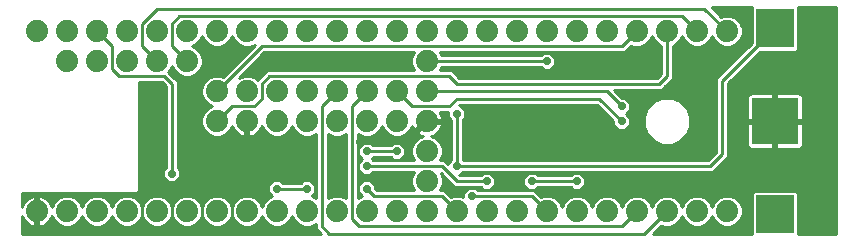
<source format=gtl>
G75*
%MOIN*%
%OFA0B0*%
%FSLAX24Y24*%
%IPPOS*%
%LPD*%
%AMOC8*
5,1,8,0,0,1.08239X$1,22.5*
%
%ADD10C,0.0740*%
%ADD11R,0.1560X0.1560*%
%ADD12R,0.1250X0.1250*%
%ADD13OC8,0.0270*%
%ADD14C,0.0100*%
%ADD15OC8,0.0250*%
%ADD16C,0.0200*%
D10*
X002173Y004543D03*
X003173Y004543D03*
X004173Y004543D03*
X005173Y004543D03*
X006173Y004543D03*
X007173Y004543D03*
X008173Y004543D03*
X009173Y004543D03*
X010173Y004543D03*
X011173Y004543D03*
X012173Y004543D03*
X013173Y004543D03*
X014173Y004543D03*
X015173Y004543D03*
X016173Y004543D03*
X017173Y004543D03*
X018173Y004543D03*
X019173Y004543D03*
X020173Y004543D03*
X021173Y004543D03*
X022173Y004543D03*
X023173Y004543D03*
X024173Y004543D03*
X025173Y004543D03*
X015173Y005543D03*
X015173Y006543D03*
X015173Y007543D03*
X014173Y007543D03*
X013173Y007543D03*
X012173Y007543D03*
X011173Y007543D03*
X010173Y007543D03*
X009173Y007543D03*
X008173Y007543D03*
X008173Y008543D03*
X009173Y008543D03*
X010173Y008543D03*
X011173Y008543D03*
X012173Y008543D03*
X013173Y008543D03*
X014173Y008543D03*
X015173Y008543D03*
X015173Y009543D03*
X015173Y010543D03*
X016173Y010543D03*
X017173Y010543D03*
X018173Y010543D03*
X019173Y010543D03*
X020173Y010543D03*
X021173Y010543D03*
X022173Y010543D03*
X023173Y010543D03*
X024173Y010543D03*
X025173Y010543D03*
X014173Y010543D03*
X013173Y010543D03*
X012173Y010543D03*
X011173Y010543D03*
X010173Y010543D03*
X009173Y010543D03*
X008173Y010543D03*
X007173Y010543D03*
X006173Y010543D03*
X005173Y010543D03*
X004173Y010543D03*
X003173Y010543D03*
X002173Y010543D03*
X003173Y009543D03*
X004173Y009543D03*
X005173Y009543D03*
X006173Y009543D03*
X007173Y009543D03*
D11*
X026773Y007543D03*
D12*
X026773Y004443D03*
X026773Y010643D03*
D13*
X024173Y009293D03*
X025453Y008713D03*
X022273Y009443D03*
X020953Y009193D03*
X017413Y009173D03*
X014453Y009513D03*
X011423Y009543D03*
X008173Y009293D03*
X005773Y008723D03*
X009143Y006053D03*
X010173Y005293D03*
X011173Y005293D03*
X011073Y005743D03*
X012173Y005693D03*
X012973Y005693D03*
X013173Y006043D03*
X013173Y006543D03*
X012953Y006853D03*
X014173Y006543D03*
X014443Y006813D03*
X016173Y006043D03*
X017173Y005543D03*
X017673Y005543D03*
X018673Y005543D03*
X020173Y005543D03*
X020673Y005343D03*
X022373Y005443D03*
X025443Y005643D03*
X024493Y006793D03*
X022273Y006843D03*
X021673Y007543D03*
X019673Y007543D03*
X018173Y006543D03*
X016173Y007793D03*
X014163Y005543D03*
X013173Y005293D03*
X016673Y005043D03*
X007673Y005293D03*
X006673Y005793D03*
X007673Y004043D03*
D14*
X011640Y003793D02*
X001673Y003793D01*
X001673Y004399D01*
X001691Y004344D01*
X001728Y004271D01*
X001776Y004205D01*
X001834Y004147D01*
X001900Y004099D01*
X001973Y004061D01*
X002051Y004036D01*
X002123Y004025D01*
X002123Y004493D01*
X002223Y004493D01*
X002223Y004025D01*
X002295Y004036D01*
X002372Y004061D01*
X002445Y004099D01*
X002512Y004147D01*
X002569Y004205D01*
X002618Y004271D01*
X002655Y004344D01*
X002671Y004395D01*
X002732Y004249D01*
X002878Y004102D01*
X003069Y004023D01*
X003276Y004023D01*
X003467Y004102D01*
X003614Y004249D01*
X003673Y004392D01*
X003732Y004249D01*
X003878Y004102D01*
X004069Y004023D01*
X004276Y004023D01*
X004467Y004102D01*
X004614Y004249D01*
X004673Y004392D01*
X004732Y004249D01*
X004878Y004102D01*
X005069Y004023D01*
X005276Y004023D01*
X005467Y004102D01*
X005614Y004249D01*
X005673Y004392D01*
X005732Y004249D01*
X005878Y004102D01*
X006069Y004023D01*
X006276Y004023D01*
X006467Y004102D01*
X006614Y004249D01*
X006673Y004392D01*
X006732Y004249D01*
X006878Y004102D01*
X007069Y004023D01*
X007276Y004023D01*
X007467Y004102D01*
X007614Y004249D01*
X007673Y004392D01*
X007732Y004249D01*
X007878Y004102D01*
X008069Y004023D01*
X008276Y004023D01*
X008467Y004102D01*
X008614Y004249D01*
X008673Y004392D01*
X008732Y004249D01*
X008878Y004102D01*
X009069Y004023D01*
X009276Y004023D01*
X009467Y004102D01*
X009614Y004249D01*
X009673Y004392D01*
X009732Y004249D01*
X009878Y004102D01*
X010069Y004023D01*
X010276Y004023D01*
X010467Y004102D01*
X010614Y004249D01*
X010673Y004392D01*
X010732Y004249D01*
X010878Y004102D01*
X011069Y004023D01*
X011276Y004023D01*
X011467Y004102D01*
X011473Y004108D01*
X011473Y003960D01*
X011590Y003843D01*
X011640Y003793D01*
X011594Y003839D02*
X001673Y003839D01*
X001673Y003937D02*
X011496Y003937D01*
X011473Y004036D02*
X011306Y004036D01*
X011039Y004036D02*
X010306Y004036D01*
X010499Y004134D02*
X010846Y004134D01*
X010748Y004233D02*
X010598Y004233D01*
X010648Y004331D02*
X010698Y004331D01*
X010039Y004036D02*
X009306Y004036D01*
X009499Y004134D02*
X009846Y004134D01*
X009748Y004233D02*
X009598Y004233D01*
X009648Y004331D02*
X009698Y004331D01*
X009039Y004036D02*
X008306Y004036D01*
X008499Y004134D02*
X008846Y004134D01*
X008748Y004233D02*
X008598Y004233D01*
X008648Y004331D02*
X008698Y004331D01*
X008673Y004043D02*
X008673Y005043D01*
X008816Y004922D02*
X008529Y004922D01*
X008467Y004984D02*
X008276Y005063D01*
X008069Y005063D01*
X007878Y004984D01*
X007732Y004838D01*
X007673Y004695D01*
X007614Y004838D01*
X007467Y004984D01*
X007276Y005063D01*
X007069Y005063D01*
X006878Y004984D01*
X006732Y004838D01*
X006673Y004695D01*
X006614Y004838D01*
X006467Y004984D01*
X006276Y005063D01*
X006069Y005063D01*
X005878Y004984D01*
X005732Y004838D01*
X005673Y004695D01*
X005614Y004838D01*
X005467Y004984D01*
X005276Y005063D01*
X005069Y005063D01*
X004878Y004984D01*
X004732Y004838D01*
X004673Y004695D01*
X004614Y004838D01*
X004467Y004984D01*
X004276Y005063D01*
X004069Y005063D01*
X003878Y004984D01*
X003732Y004838D01*
X003673Y004695D01*
X003614Y004838D01*
X003467Y004984D01*
X003276Y005063D01*
X003069Y005063D01*
X002878Y004984D01*
X002732Y004838D01*
X002671Y004692D01*
X002655Y004743D01*
X002618Y004816D01*
X002569Y004882D01*
X002512Y004940D01*
X002445Y004988D01*
X002372Y005025D01*
X002295Y005051D01*
X002223Y005062D01*
X002223Y004593D01*
X002123Y004593D01*
X002123Y005062D01*
X002051Y005051D01*
X001973Y005025D01*
X001900Y004988D01*
X001834Y004940D01*
X001776Y004882D01*
X001728Y004816D01*
X001691Y004743D01*
X001673Y004687D01*
X001673Y005143D01*
X005485Y005143D01*
X005573Y005231D01*
X005573Y008843D01*
X006340Y008843D01*
X006473Y008710D01*
X006473Y005996D01*
X006388Y005911D01*
X006388Y005675D01*
X006555Y005508D01*
X006791Y005508D01*
X006958Y005675D01*
X006958Y005911D01*
X006873Y005996D01*
X006873Y008876D01*
X006756Y008993D01*
X006557Y009192D01*
X006614Y009249D01*
X006673Y009392D01*
X006732Y009249D01*
X006878Y009102D01*
X007069Y009023D01*
X007276Y009023D01*
X007467Y009102D01*
X007614Y009249D01*
X007693Y009440D01*
X007693Y009647D01*
X007614Y009838D01*
X007467Y009984D01*
X007325Y010043D01*
X007467Y010102D01*
X007614Y010249D01*
X007673Y010392D01*
X007732Y010249D01*
X007878Y010102D01*
X008069Y010023D01*
X008276Y010023D01*
X008467Y010102D01*
X008614Y010249D01*
X008673Y010392D01*
X008732Y010249D01*
X008878Y010102D01*
X009069Y010023D01*
X009276Y010023D01*
X009436Y010090D01*
X008371Y009024D01*
X008276Y009063D01*
X008069Y009063D01*
X007878Y008984D01*
X007732Y008838D01*
X007653Y008647D01*
X007653Y008440D01*
X007732Y008249D01*
X007878Y008102D01*
X008021Y008043D01*
X007878Y007984D01*
X007732Y007838D01*
X007653Y007647D01*
X007653Y007440D01*
X007732Y007249D01*
X007878Y007102D01*
X008069Y007023D01*
X008276Y007023D01*
X008467Y007102D01*
X008614Y007249D01*
X008674Y007395D01*
X008691Y007344D01*
X008728Y007271D01*
X008776Y007205D01*
X008834Y007147D01*
X008900Y007099D01*
X008973Y007061D01*
X009051Y007036D01*
X009123Y007025D01*
X009123Y007493D01*
X009223Y007493D01*
X009223Y007025D01*
X009295Y007036D01*
X009372Y007061D01*
X009445Y007099D01*
X009512Y007147D01*
X009569Y007205D01*
X009618Y007271D01*
X009655Y007344D01*
X009671Y007395D01*
X009732Y007249D01*
X009878Y007102D01*
X010069Y007023D01*
X010276Y007023D01*
X010467Y007102D01*
X010614Y007249D01*
X010673Y007392D01*
X010732Y007249D01*
X010878Y007102D01*
X011069Y007023D01*
X011276Y007023D01*
X011467Y007102D01*
X011473Y007108D01*
X011473Y004979D01*
X011467Y004984D01*
X011325Y005043D01*
X011458Y005175D01*
X011458Y005411D01*
X011291Y005578D01*
X011055Y005578D01*
X010970Y005493D01*
X010376Y005493D01*
X010291Y005578D01*
X010055Y005578D01*
X009888Y005411D01*
X009888Y005175D01*
X010020Y005043D01*
X009878Y004984D01*
X009732Y004838D01*
X009673Y004695D01*
X009614Y004838D01*
X009467Y004984D01*
X009276Y005063D01*
X009069Y005063D01*
X008878Y004984D01*
X008732Y004838D01*
X008673Y004695D01*
X008614Y004838D01*
X008467Y004984D01*
X008379Y005021D02*
X008967Y005021D01*
X008726Y004824D02*
X008619Y004824D01*
X008660Y004725D02*
X008685Y004725D01*
X009379Y005021D02*
X009967Y005021D01*
X009944Y005119D02*
X001673Y005119D01*
X001673Y005021D02*
X001965Y005021D01*
X002123Y005021D02*
X002223Y005021D01*
X002223Y004922D02*
X002123Y004922D01*
X002123Y004824D02*
X002223Y004824D01*
X002223Y004725D02*
X002123Y004725D01*
X002123Y004627D02*
X002223Y004627D01*
X002223Y004430D02*
X002123Y004430D01*
X002123Y004331D02*
X002223Y004331D01*
X002223Y004233D02*
X002123Y004233D01*
X002123Y004134D02*
X002223Y004134D01*
X002223Y004036D02*
X002123Y004036D01*
X002053Y004036D02*
X001673Y004036D01*
X001673Y004134D02*
X001851Y004134D01*
X001756Y004233D02*
X001673Y004233D01*
X001673Y004331D02*
X001697Y004331D01*
X002293Y004036D02*
X003039Y004036D01*
X002846Y004134D02*
X002495Y004134D01*
X002590Y004233D02*
X002748Y004233D01*
X002698Y004331D02*
X002648Y004331D01*
X003306Y004036D02*
X004039Y004036D01*
X003846Y004134D02*
X003499Y004134D01*
X003598Y004233D02*
X003748Y004233D01*
X003698Y004331D02*
X003648Y004331D01*
X004306Y004036D02*
X005039Y004036D01*
X004846Y004134D02*
X004499Y004134D01*
X004598Y004233D02*
X004748Y004233D01*
X004698Y004331D02*
X004648Y004331D01*
X005306Y004036D02*
X006039Y004036D01*
X005846Y004134D02*
X005499Y004134D01*
X005598Y004233D02*
X005748Y004233D01*
X005698Y004331D02*
X005648Y004331D01*
X005673Y004043D02*
X005673Y005043D01*
X005816Y004922D02*
X005529Y004922D01*
X005619Y004824D02*
X005726Y004824D01*
X005685Y004725D02*
X005660Y004725D01*
X005379Y005021D02*
X005967Y005021D01*
X006379Y005021D02*
X006967Y005021D01*
X006816Y004922D02*
X006529Y004922D01*
X006619Y004824D02*
X006726Y004824D01*
X006685Y004725D02*
X006660Y004725D01*
X006673Y005043D02*
X006673Y004043D01*
X006846Y004134D02*
X006499Y004134D01*
X006598Y004233D02*
X006748Y004233D01*
X006698Y004331D02*
X006648Y004331D01*
X006306Y004036D02*
X007039Y004036D01*
X007306Y004036D02*
X008039Y004036D01*
X007846Y004134D02*
X007499Y004134D01*
X007598Y004233D02*
X007748Y004233D01*
X007698Y004331D02*
X007648Y004331D01*
X007673Y004043D02*
X007673Y005293D01*
X007529Y004922D02*
X007816Y004922D01*
X007726Y004824D02*
X007619Y004824D01*
X007660Y004725D02*
X007685Y004725D01*
X007967Y005021D02*
X007379Y005021D01*
X006796Y005513D02*
X009990Y005513D01*
X009891Y005415D02*
X005573Y005415D01*
X005573Y005513D02*
X006550Y005513D01*
X006451Y005612D02*
X005573Y005612D01*
X005573Y005710D02*
X006388Y005710D01*
X006388Y005809D02*
X005573Y005809D01*
X005573Y005907D02*
X006388Y005907D01*
X006473Y006006D02*
X005573Y006006D01*
X005573Y006104D02*
X006473Y006104D01*
X006473Y006203D02*
X005573Y006203D01*
X005573Y006301D02*
X006473Y006301D01*
X006473Y006400D02*
X005573Y006400D01*
X005573Y006498D02*
X006473Y006498D01*
X006473Y006597D02*
X005573Y006597D01*
X005573Y006695D02*
X006473Y006695D01*
X006473Y006794D02*
X005573Y006794D01*
X005573Y006892D02*
X006473Y006892D01*
X006473Y006991D02*
X005573Y006991D01*
X005573Y007089D02*
X006473Y007089D01*
X006473Y007188D02*
X005573Y007188D01*
X005573Y007286D02*
X006473Y007286D01*
X006473Y007385D02*
X005573Y007385D01*
X005573Y007483D02*
X006473Y007483D01*
X006473Y007582D02*
X005573Y007582D01*
X005573Y007680D02*
X006473Y007680D01*
X006473Y007779D02*
X005573Y007779D01*
X005573Y007877D02*
X006473Y007877D01*
X006473Y007976D02*
X005573Y007976D01*
X005573Y008074D02*
X006473Y008074D01*
X006473Y008173D02*
X005573Y008173D01*
X005573Y008271D02*
X006473Y008271D01*
X006473Y008370D02*
X005573Y008370D01*
X005573Y008468D02*
X006473Y008468D01*
X006473Y008567D02*
X005573Y008567D01*
X005573Y008665D02*
X006473Y008665D01*
X006419Y008764D02*
X005573Y008764D01*
X005423Y009043D02*
X004923Y009043D01*
X004673Y009293D01*
X004673Y010043D01*
X004173Y010543D01*
X005673Y010793D02*
X005673Y010043D01*
X006173Y009543D01*
X006658Y009355D02*
X006688Y009355D01*
X006729Y009256D02*
X006617Y009256D01*
X006591Y009158D02*
X006823Y009158D01*
X006690Y009059D02*
X006982Y009059D01*
X006788Y008961D02*
X007855Y008961D01*
X007756Y008862D02*
X006873Y008862D01*
X006873Y008764D02*
X007701Y008764D01*
X007661Y008665D02*
X006873Y008665D01*
X006873Y008567D02*
X007653Y008567D01*
X007653Y008468D02*
X006873Y008468D01*
X006873Y008370D02*
X007682Y008370D01*
X007723Y008271D02*
X006873Y008271D01*
X006873Y008173D02*
X007808Y008173D01*
X007946Y008074D02*
X006873Y008074D01*
X006873Y007976D02*
X007870Y007976D01*
X007771Y007877D02*
X006873Y007877D01*
X006873Y007779D02*
X007708Y007779D01*
X007667Y007680D02*
X006873Y007680D01*
X006873Y007582D02*
X007653Y007582D01*
X007653Y007483D02*
X006873Y007483D01*
X006873Y007385D02*
X007676Y007385D01*
X007716Y007286D02*
X006873Y007286D01*
X006873Y007188D02*
X007793Y007188D01*
X007910Y007089D02*
X006873Y007089D01*
X006873Y006991D02*
X011473Y006991D01*
X011473Y007089D02*
X011436Y007089D01*
X011473Y006892D02*
X006873Y006892D01*
X006873Y006794D02*
X011473Y006794D01*
X011473Y006695D02*
X006873Y006695D01*
X006873Y006597D02*
X011473Y006597D01*
X011473Y006498D02*
X006873Y006498D01*
X006873Y006400D02*
X011473Y006400D01*
X011473Y006301D02*
X006873Y006301D01*
X006873Y006203D02*
X011473Y006203D01*
X011473Y006104D02*
X006873Y006104D01*
X006873Y006006D02*
X011473Y006006D01*
X011473Y005907D02*
X006958Y005907D01*
X006958Y005809D02*
X011473Y005809D01*
X011473Y005710D02*
X006958Y005710D01*
X006894Y005612D02*
X011473Y005612D01*
X011473Y005513D02*
X011356Y005513D01*
X011454Y005415D02*
X011473Y005415D01*
X011473Y005316D02*
X011458Y005316D01*
X011458Y005218D02*
X011473Y005218D01*
X011473Y005119D02*
X011402Y005119D01*
X011379Y005021D02*
X011473Y005021D01*
X011873Y005021D02*
X011967Y005021D01*
X011878Y004984D02*
X011873Y004979D01*
X011873Y007108D01*
X011878Y007102D01*
X012069Y007023D01*
X012276Y007023D01*
X012467Y007102D01*
X012473Y007108D01*
X012473Y004979D01*
X012467Y004984D01*
X012276Y005063D01*
X012069Y005063D01*
X011878Y004984D01*
X011873Y005119D02*
X012473Y005119D01*
X012473Y005021D02*
X012379Y005021D01*
X012873Y005021D02*
X012967Y005021D01*
X013020Y005043D02*
X012878Y004984D01*
X012873Y004979D01*
X012873Y007108D01*
X012878Y007102D01*
X013069Y007023D01*
X013276Y007023D01*
X013467Y007102D01*
X013614Y007249D01*
X013673Y007392D01*
X013732Y007249D01*
X013878Y007102D01*
X014069Y007023D01*
X014276Y007023D01*
X014467Y007102D01*
X014614Y007249D01*
X014674Y007395D01*
X014691Y007344D01*
X014728Y007271D01*
X014776Y007205D01*
X014834Y007147D01*
X014900Y007099D01*
X014973Y007061D01*
X015025Y007045D01*
X014878Y006984D01*
X014732Y006838D01*
X014653Y006647D01*
X014653Y006440D01*
X014732Y006249D01*
X014737Y006243D01*
X013376Y006243D01*
X013326Y006293D01*
X013376Y006343D01*
X013970Y006343D01*
X014055Y006258D01*
X014291Y006258D01*
X014458Y006425D01*
X014458Y006661D01*
X014291Y006828D01*
X014055Y006828D01*
X013970Y006743D01*
X013376Y006743D01*
X013291Y006828D01*
X013055Y006828D01*
X012888Y006661D01*
X012888Y006425D01*
X013020Y006293D01*
X012888Y006161D01*
X012888Y005925D01*
X013055Y005758D01*
X013291Y005758D01*
X013376Y005843D01*
X014737Y005843D01*
X014732Y005838D01*
X014653Y005647D01*
X014653Y005440D01*
X014732Y005249D01*
X014737Y005243D01*
X013506Y005243D01*
X013458Y005291D01*
X013458Y005411D01*
X013291Y005578D01*
X013055Y005578D01*
X012888Y005411D01*
X012888Y005175D01*
X013020Y005043D01*
X012944Y005119D02*
X012873Y005119D01*
X012873Y005218D02*
X012888Y005218D01*
X012888Y005316D02*
X012873Y005316D01*
X012873Y005415D02*
X012891Y005415D01*
X012873Y005513D02*
X012990Y005513D01*
X012873Y005612D02*
X014653Y005612D01*
X014653Y005513D02*
X013356Y005513D01*
X013454Y005415D02*
X014663Y005415D01*
X014704Y005316D02*
X013458Y005316D01*
X013423Y005043D02*
X013173Y005293D01*
X013423Y005043D02*
X015673Y005043D01*
X016173Y004543D01*
X016379Y005021D02*
X016388Y005021D01*
X016388Y005017D02*
X016276Y005063D01*
X016069Y005063D01*
X015975Y005024D01*
X015873Y005126D01*
X015756Y005243D01*
X015608Y005243D01*
X015614Y005249D01*
X015693Y005440D01*
X015693Y005647D01*
X015627Y005807D01*
X015973Y005460D01*
X016090Y005343D01*
X016970Y005343D01*
X017055Y005258D01*
X017291Y005258D01*
X017458Y005425D01*
X017458Y005661D01*
X017291Y005828D01*
X017055Y005828D01*
X016970Y005743D01*
X016256Y005743D01*
X016241Y005758D01*
X016291Y005758D01*
X016376Y005843D01*
X024706Y005843D01*
X025106Y006243D01*
X025223Y006360D01*
X025223Y008810D01*
X026281Y009868D01*
X027460Y009868D01*
X027548Y009956D01*
X027548Y011330D01*
X027537Y011341D01*
X028823Y011343D01*
X028823Y003793D01*
X027548Y003793D01*
X027548Y005130D01*
X027460Y005218D01*
X026086Y005218D01*
X025998Y005130D01*
X025998Y003793D01*
X022706Y003793D01*
X022975Y004062D01*
X023069Y004023D01*
X023276Y004023D01*
X023467Y004102D01*
X023614Y004249D01*
X023673Y004392D01*
X023732Y004249D01*
X023878Y004102D01*
X024069Y004023D01*
X024276Y004023D01*
X024467Y004102D01*
X024614Y004249D01*
X024673Y004392D01*
X024732Y004249D01*
X024878Y004102D01*
X025069Y004023D01*
X025276Y004023D01*
X025467Y004102D01*
X025614Y004249D01*
X025693Y004440D01*
X025693Y004647D01*
X025614Y004838D01*
X025467Y004984D01*
X025276Y005063D01*
X025069Y005063D01*
X024878Y004984D01*
X024732Y004838D01*
X024673Y004695D01*
X024614Y004838D01*
X024467Y004984D01*
X024276Y005063D01*
X024069Y005063D01*
X023878Y004984D01*
X023732Y004838D01*
X023673Y004695D01*
X023614Y004838D01*
X023467Y004984D01*
X023276Y005063D01*
X023069Y005063D01*
X022878Y004984D01*
X022732Y004838D01*
X022673Y004695D01*
X022614Y004838D01*
X022467Y004984D01*
X022276Y005063D01*
X022069Y005063D01*
X021878Y004984D01*
X021732Y004838D01*
X021673Y004695D01*
X021614Y004838D01*
X021467Y004984D01*
X021276Y005063D01*
X021069Y005063D01*
X020878Y004984D01*
X020732Y004838D01*
X020673Y004695D01*
X020614Y004838D01*
X020467Y004984D01*
X020276Y005063D01*
X020069Y005063D01*
X019878Y004984D01*
X019732Y004838D01*
X019673Y004695D01*
X019614Y004838D01*
X019467Y004984D01*
X019276Y005063D01*
X019069Y005063D01*
X018975Y005024D01*
X018756Y005243D01*
X016876Y005243D01*
X016791Y005328D01*
X016555Y005328D01*
X016388Y005161D01*
X016388Y005017D01*
X016388Y005119D02*
X015880Y005119D01*
X015781Y005218D02*
X016444Y005218D01*
X016543Y005316D02*
X015642Y005316D01*
X015682Y005415D02*
X016018Y005415D01*
X015973Y005460D02*
X015973Y005460D01*
X015920Y005513D02*
X015693Y005513D01*
X015693Y005612D02*
X015821Y005612D01*
X015723Y005710D02*
X015667Y005710D01*
X015673Y006043D02*
X016173Y005543D01*
X017173Y005543D01*
X017458Y005513D02*
X018388Y005513D01*
X018388Y005425D02*
X018555Y005258D01*
X018791Y005258D01*
X018876Y005343D01*
X019970Y005343D01*
X020055Y005258D01*
X020291Y005258D01*
X020458Y005425D01*
X020458Y005661D01*
X020291Y005828D01*
X020055Y005828D01*
X019970Y005743D01*
X018876Y005743D01*
X018791Y005828D01*
X018555Y005828D01*
X018388Y005661D01*
X018388Y005425D01*
X018398Y005415D02*
X017447Y005415D01*
X017349Y005316D02*
X018497Y005316D01*
X018673Y005543D02*
X020173Y005543D01*
X020458Y005513D02*
X028823Y005513D01*
X028823Y005415D02*
X020447Y005415D01*
X020349Y005316D02*
X028823Y005316D01*
X028823Y005218D02*
X027460Y005218D01*
X027548Y005119D02*
X028823Y005119D01*
X028823Y005021D02*
X027548Y005021D01*
X027548Y004922D02*
X028823Y004922D01*
X028823Y004824D02*
X027548Y004824D01*
X027548Y004725D02*
X028823Y004725D01*
X028823Y004627D02*
X027548Y004627D01*
X027548Y004528D02*
X028823Y004528D01*
X028823Y004430D02*
X027548Y004430D01*
X027548Y004331D02*
X028823Y004331D01*
X028823Y004233D02*
X027548Y004233D01*
X027548Y004134D02*
X028823Y004134D01*
X028823Y004036D02*
X027548Y004036D01*
X027548Y003937D02*
X028823Y003937D01*
X028823Y003839D02*
X027548Y003839D01*
X025998Y003839D02*
X022751Y003839D01*
X022850Y003937D02*
X025998Y003937D01*
X025998Y004036D02*
X025306Y004036D01*
X025499Y004134D02*
X025998Y004134D01*
X025998Y004233D02*
X025598Y004233D01*
X025648Y004331D02*
X025998Y004331D01*
X025998Y004430D02*
X025689Y004430D01*
X025693Y004528D02*
X025998Y004528D01*
X025998Y004627D02*
X025693Y004627D01*
X025660Y004725D02*
X025998Y004725D01*
X025998Y004824D02*
X025619Y004824D01*
X025529Y004922D02*
X025998Y004922D01*
X025998Y005021D02*
X025379Y005021D01*
X024967Y005021D02*
X024379Y005021D01*
X024529Y004922D02*
X024816Y004922D01*
X024726Y004824D02*
X024619Y004824D01*
X024660Y004725D02*
X024685Y004725D01*
X023967Y005021D02*
X023379Y005021D01*
X023529Y004922D02*
X023816Y004922D01*
X023726Y004824D02*
X023619Y004824D01*
X023660Y004725D02*
X023685Y004725D01*
X023173Y004543D02*
X022423Y003793D01*
X011923Y003793D01*
X011673Y004043D01*
X011673Y008043D01*
X012173Y008543D01*
X012673Y008043D02*
X013173Y008543D01*
X014173Y008543D02*
X014673Y008043D01*
X015923Y008043D01*
X016173Y008293D01*
X020923Y008293D01*
X021673Y007543D01*
X021388Y007545D02*
X021388Y007425D01*
X021555Y007258D01*
X021791Y007258D01*
X021958Y007425D01*
X021958Y007661D01*
X021819Y007800D01*
X021948Y007929D01*
X021948Y008157D01*
X021787Y008318D01*
X021681Y008318D01*
X021406Y008593D01*
X023006Y008593D01*
X023123Y008710D01*
X023123Y008710D01*
X023373Y008960D01*
X023373Y010063D01*
X023467Y010102D01*
X023614Y010249D01*
X023673Y010392D01*
X023732Y010249D01*
X023878Y010102D01*
X024069Y010023D01*
X024276Y010023D01*
X024467Y010102D01*
X024614Y010249D01*
X024673Y010392D01*
X024732Y010249D01*
X024878Y010102D01*
X025069Y010023D01*
X025276Y010023D01*
X025467Y010102D01*
X025614Y010249D01*
X025693Y010440D01*
X025693Y010647D01*
X025614Y010838D01*
X025467Y010984D01*
X025276Y011063D01*
X025069Y011063D01*
X024975Y011024D01*
X024663Y011336D01*
X026006Y011338D01*
X025998Y011330D01*
X025998Y010151D01*
X024823Y008976D01*
X024823Y006526D01*
X024540Y006243D01*
X016376Y006243D01*
X016373Y006246D01*
X016373Y007590D01*
X016458Y007675D01*
X016458Y007911D01*
X016291Y008078D01*
X016241Y008078D01*
X016256Y008093D01*
X020840Y008093D01*
X021388Y007545D01*
X021351Y007582D02*
X016373Y007582D01*
X016373Y007483D02*
X021388Y007483D01*
X021428Y007385D02*
X016373Y007385D01*
X016373Y007286D02*
X021527Y007286D01*
X021819Y007286D02*
X022435Y007286D01*
X022476Y007188D02*
X016373Y007188D01*
X016373Y007089D02*
X022524Y007089D01*
X022512Y007102D02*
X022731Y006882D01*
X023018Y006763D01*
X023328Y006763D01*
X023615Y006882D01*
X023834Y007102D01*
X023953Y007388D01*
X023953Y007698D01*
X023834Y007985D01*
X023615Y008204D01*
X023328Y008323D01*
X023018Y008323D01*
X022731Y008204D01*
X022512Y007985D01*
X022393Y007698D01*
X022393Y007388D01*
X022512Y007102D01*
X022622Y006991D02*
X016373Y006991D01*
X016373Y006892D02*
X022721Y006892D01*
X022944Y006794D02*
X016373Y006794D01*
X016373Y006695D02*
X024823Y006695D01*
X024823Y006597D02*
X016373Y006597D01*
X016373Y006498D02*
X024795Y006498D01*
X024696Y006400D02*
X016373Y006400D01*
X016373Y006301D02*
X024598Y006301D01*
X024623Y006043D02*
X025023Y006443D01*
X025023Y008893D01*
X026773Y010643D01*
X026523Y010643D01*
X025998Y010635D02*
X025693Y010635D01*
X025693Y010537D02*
X025998Y010537D01*
X025998Y010438D02*
X025692Y010438D01*
X025651Y010340D02*
X025998Y010340D01*
X025998Y010241D02*
X025606Y010241D01*
X025508Y010143D02*
X025990Y010143D01*
X025891Y010044D02*
X025327Y010044D01*
X025019Y010044D02*
X024327Y010044D01*
X024508Y010143D02*
X024838Y010143D01*
X024739Y010241D02*
X024606Y010241D01*
X024651Y010340D02*
X024694Y010340D01*
X025173Y010543D02*
X024423Y011293D01*
X006173Y011293D01*
X005673Y010793D01*
X006673Y010793D02*
X006673Y010043D01*
X007173Y009543D01*
X007658Y009355D02*
X008702Y009355D01*
X008800Y009453D02*
X007693Y009453D01*
X007693Y009552D02*
X008899Y009552D01*
X008997Y009650D02*
X007691Y009650D01*
X007651Y009749D02*
X009096Y009749D01*
X009194Y009847D02*
X007604Y009847D01*
X007506Y009946D02*
X009293Y009946D01*
X009327Y010044D02*
X009391Y010044D01*
X009673Y010043D02*
X008173Y008543D01*
X008909Y008997D02*
X009756Y009843D01*
X014737Y009843D01*
X014732Y009838D01*
X014653Y009647D01*
X014653Y009440D01*
X014732Y009249D01*
X014737Y009243D01*
X009840Y009243D01*
X009524Y008927D01*
X009467Y008984D01*
X009276Y009063D01*
X009069Y009063D01*
X008909Y008997D01*
X008972Y009059D02*
X009060Y009059D01*
X009070Y009158D02*
X009755Y009158D01*
X009656Y009059D02*
X009286Y009059D01*
X009491Y008961D02*
X009558Y008961D01*
X009673Y008793D02*
X009923Y009043D01*
X015923Y009043D01*
X016173Y008793D01*
X020923Y008793D01*
X021173Y008793D01*
X022923Y008793D01*
X023173Y009043D01*
X023173Y010543D01*
X023651Y010340D02*
X023694Y010340D01*
X023739Y010241D02*
X023606Y010241D01*
X023508Y010143D02*
X023838Y010143D01*
X024019Y010044D02*
X023373Y010044D01*
X023373Y009946D02*
X025793Y009946D01*
X025694Y009847D02*
X023373Y009847D01*
X023373Y009749D02*
X025596Y009749D01*
X025497Y009650D02*
X023373Y009650D01*
X023373Y009552D02*
X025399Y009552D01*
X025300Y009453D02*
X023373Y009453D01*
X023373Y009355D02*
X025202Y009355D01*
X025103Y009256D02*
X023373Y009256D01*
X023373Y009158D02*
X025005Y009158D01*
X024906Y009059D02*
X023373Y009059D01*
X023373Y008961D02*
X024823Y008961D01*
X024823Y008862D02*
X023275Y008862D01*
X023176Y008764D02*
X024823Y008764D01*
X024823Y008665D02*
X023078Y008665D01*
X022840Y008993D02*
X016256Y008993D01*
X016006Y009243D01*
X015608Y009243D01*
X015614Y009249D01*
X015653Y009343D01*
X018984Y009343D01*
X019059Y009268D01*
X019287Y009268D01*
X019448Y009429D01*
X019448Y009657D01*
X019287Y009818D01*
X019059Y009818D01*
X018984Y009743D01*
X015653Y009743D01*
X015614Y009838D01*
X015608Y009843D01*
X021756Y009843D01*
X021975Y010062D01*
X022069Y010023D01*
X022276Y010023D01*
X022467Y010102D01*
X022614Y010249D01*
X022673Y010392D01*
X022732Y010249D01*
X022878Y010102D01*
X022973Y010063D01*
X022973Y009126D01*
X022840Y008993D01*
X022906Y009059D02*
X016190Y009059D01*
X016091Y009158D02*
X022973Y009158D01*
X022973Y009256D02*
X015617Y009256D01*
X015173Y009543D02*
X019173Y009543D01*
X019373Y009355D02*
X022973Y009355D01*
X022973Y009453D02*
X019448Y009453D01*
X019448Y009552D02*
X022973Y009552D01*
X022973Y009650D02*
X019448Y009650D01*
X019356Y009749D02*
X022973Y009749D01*
X022973Y009847D02*
X021760Y009847D01*
X021858Y009946D02*
X022973Y009946D01*
X022973Y010044D02*
X022327Y010044D01*
X022508Y010143D02*
X022838Y010143D01*
X022739Y010241D02*
X022606Y010241D01*
X022651Y010340D02*
X022694Y010340D01*
X022173Y010543D02*
X021673Y010043D01*
X009673Y010043D01*
X009661Y009749D02*
X014695Y009749D01*
X014654Y009650D02*
X009563Y009650D01*
X009464Y009552D02*
X014653Y009552D01*
X014653Y009453D02*
X009366Y009453D01*
X009267Y009355D02*
X014688Y009355D01*
X014729Y009256D02*
X009169Y009256D01*
X008603Y009256D02*
X007617Y009256D01*
X007523Y009158D02*
X008505Y009158D01*
X008406Y009059D02*
X008286Y009059D01*
X008060Y009059D02*
X007363Y009059D01*
X006673Y008793D02*
X006673Y005793D01*
X005573Y005316D02*
X009888Y005316D01*
X009888Y005218D02*
X005559Y005218D01*
X004967Y005021D02*
X004379Y005021D01*
X004529Y004922D02*
X004816Y004922D01*
X004726Y004824D02*
X004619Y004824D01*
X004660Y004725D02*
X004685Y004725D01*
X003967Y005021D02*
X003379Y005021D01*
X003529Y004922D02*
X003816Y004922D01*
X003726Y004824D02*
X003619Y004824D01*
X003660Y004725D02*
X003685Y004725D01*
X002967Y005021D02*
X002381Y005021D01*
X002529Y004922D02*
X002816Y004922D01*
X002726Y004824D02*
X002612Y004824D01*
X002660Y004725D02*
X002685Y004725D01*
X001816Y004922D02*
X001673Y004922D01*
X001673Y004824D02*
X001734Y004824D01*
X001685Y004725D02*
X001673Y004725D01*
X008436Y007089D02*
X008918Y007089D01*
X008793Y007188D02*
X008553Y007188D01*
X008629Y007286D02*
X008720Y007286D01*
X008678Y007385D02*
X008670Y007385D01*
X009123Y007385D02*
X009223Y007385D01*
X009223Y007483D02*
X009123Y007483D01*
X009123Y007286D02*
X009223Y007286D01*
X009223Y007188D02*
X009123Y007188D01*
X009123Y007089D02*
X009223Y007089D01*
X009427Y007089D02*
X009910Y007089D01*
X009793Y007188D02*
X009553Y007188D01*
X009625Y007286D02*
X009716Y007286D01*
X009676Y007385D02*
X009668Y007385D01*
X010553Y007188D02*
X010793Y007188D01*
X010716Y007286D02*
X010629Y007286D01*
X010670Y007385D02*
X010676Y007385D01*
X010910Y007089D02*
X010436Y007089D01*
X011873Y007089D02*
X011910Y007089D01*
X011873Y006991D02*
X012473Y006991D01*
X012473Y007089D02*
X012436Y007089D01*
X012473Y006892D02*
X011873Y006892D01*
X011873Y006794D02*
X012473Y006794D01*
X012473Y006695D02*
X011873Y006695D01*
X011873Y006597D02*
X012473Y006597D01*
X012473Y006498D02*
X011873Y006498D01*
X011873Y006400D02*
X012473Y006400D01*
X012473Y006301D02*
X011873Y006301D01*
X011873Y006203D02*
X012473Y006203D01*
X012473Y006104D02*
X011873Y006104D01*
X011873Y006006D02*
X012473Y006006D01*
X012473Y005907D02*
X011873Y005907D01*
X011873Y005809D02*
X012473Y005809D01*
X012473Y005710D02*
X011873Y005710D01*
X011873Y005612D02*
X012473Y005612D01*
X012473Y005513D02*
X011873Y005513D01*
X011873Y005415D02*
X012473Y005415D01*
X012473Y005316D02*
X011873Y005316D01*
X011873Y005218D02*
X012473Y005218D01*
X012873Y005710D02*
X014679Y005710D01*
X014720Y005809D02*
X013341Y005809D01*
X013004Y005809D02*
X012873Y005809D01*
X012873Y005907D02*
X012906Y005907D01*
X012888Y006006D02*
X012873Y006006D01*
X012873Y006104D02*
X012888Y006104D01*
X012873Y006203D02*
X012929Y006203D01*
X012873Y006301D02*
X013012Y006301D01*
X012913Y006400D02*
X012873Y006400D01*
X012873Y006498D02*
X012888Y006498D01*
X012888Y006597D02*
X012873Y006597D01*
X012873Y006695D02*
X012922Y006695D01*
X012873Y006794D02*
X013020Y006794D01*
X012873Y006892D02*
X014786Y006892D01*
X014714Y006794D02*
X014325Y006794D01*
X014424Y006695D02*
X014673Y006695D01*
X014653Y006597D02*
X014458Y006597D01*
X014458Y006498D02*
X014653Y006498D01*
X014669Y006400D02*
X014432Y006400D01*
X014334Y006301D02*
X014710Y006301D01*
X014173Y006543D02*
X013173Y006543D01*
X013334Y006301D02*
X014012Y006301D01*
X013173Y006043D02*
X015673Y006043D01*
X015796Y006203D02*
X015929Y006203D01*
X015888Y006161D02*
X015888Y006111D01*
X015873Y006126D01*
X015873Y006126D01*
X015756Y006243D01*
X015608Y006243D01*
X015614Y006249D01*
X015693Y006440D01*
X015693Y006647D01*
X015614Y006838D01*
X015467Y006984D01*
X015321Y007045D01*
X015372Y007061D01*
X015445Y007099D01*
X015512Y007147D01*
X015569Y007205D01*
X015618Y007271D01*
X015655Y007344D01*
X015680Y007422D01*
X015691Y007493D01*
X015223Y007493D01*
X015223Y007593D01*
X015691Y007593D01*
X015680Y007665D01*
X015655Y007743D01*
X015618Y007816D01*
X015598Y007843D01*
X015888Y007843D01*
X015888Y007675D01*
X015973Y007590D01*
X015973Y006246D01*
X015888Y006161D01*
X015973Y006301D02*
X015635Y006301D01*
X015676Y006400D02*
X015973Y006400D01*
X015973Y006498D02*
X015693Y006498D01*
X015693Y006597D02*
X015973Y006597D01*
X015973Y006695D02*
X015673Y006695D01*
X015632Y006794D02*
X015973Y006794D01*
X015973Y006892D02*
X015559Y006892D01*
X015451Y006991D02*
X015973Y006991D01*
X015973Y007089D02*
X015427Y007089D01*
X015553Y007188D02*
X015973Y007188D01*
X015973Y007286D02*
X015625Y007286D01*
X015668Y007385D02*
X015973Y007385D01*
X015973Y007483D02*
X015690Y007483D01*
X015973Y007582D02*
X015223Y007582D01*
X015675Y007680D02*
X015888Y007680D01*
X015888Y007779D02*
X015636Y007779D01*
X016173Y007793D02*
X016173Y006043D01*
X024373Y006043D01*
X024623Y006043D01*
X024770Y005907D02*
X028823Y005907D01*
X028823Y005809D02*
X020310Y005809D01*
X020409Y005710D02*
X028823Y005710D01*
X028823Y005612D02*
X020458Y005612D01*
X020035Y005809D02*
X018810Y005809D01*
X018535Y005809D02*
X017310Y005809D01*
X017409Y005710D02*
X018437Y005710D01*
X018388Y005612D02*
X017458Y005612D01*
X017035Y005809D02*
X016341Y005809D01*
X016803Y005316D02*
X016997Y005316D01*
X016673Y005043D02*
X018673Y005043D01*
X019173Y004543D01*
X019660Y004725D02*
X019685Y004725D01*
X019726Y004824D02*
X019619Y004824D01*
X019529Y004922D02*
X019816Y004922D01*
X019967Y005021D02*
X019379Y005021D01*
X018880Y005119D02*
X025998Y005119D01*
X026085Y005218D02*
X018781Y005218D01*
X018849Y005316D02*
X019997Y005316D01*
X020379Y005021D02*
X020967Y005021D01*
X020816Y004922D02*
X020529Y004922D01*
X020619Y004824D02*
X020726Y004824D01*
X020685Y004725D02*
X020660Y004725D01*
X021379Y005021D02*
X021967Y005021D01*
X021816Y004922D02*
X021529Y004922D01*
X021619Y004824D02*
X021726Y004824D01*
X021685Y004725D02*
X021660Y004725D01*
X022173Y004543D02*
X021673Y004043D01*
X012923Y004043D01*
X012673Y004293D01*
X012673Y008043D01*
X013670Y007385D02*
X013676Y007385D01*
X013716Y007286D02*
X013629Y007286D01*
X013553Y007188D02*
X013793Y007188D01*
X013910Y007089D02*
X013436Y007089D01*
X013325Y006794D02*
X014020Y006794D01*
X014436Y007089D02*
X014918Y007089D01*
X014894Y006991D02*
X012873Y006991D01*
X012873Y007089D02*
X012910Y007089D01*
X014553Y007188D02*
X014793Y007188D01*
X014720Y007286D02*
X014629Y007286D01*
X014670Y007385D02*
X014678Y007385D01*
X016295Y008074D02*
X020859Y008074D01*
X020957Y007976D02*
X016393Y007976D01*
X016458Y007877D02*
X021056Y007877D01*
X021154Y007779D02*
X016458Y007779D01*
X016458Y007680D02*
X021253Y007680D01*
X021840Y007779D02*
X022426Y007779D01*
X022393Y007680D02*
X021939Y007680D01*
X021958Y007582D02*
X022393Y007582D01*
X022393Y007483D02*
X021958Y007483D01*
X021917Y007385D02*
X022394Y007385D01*
X022467Y007877D02*
X021896Y007877D01*
X021948Y007976D02*
X022508Y007976D01*
X022601Y008074D02*
X021948Y008074D01*
X021932Y008173D02*
X022699Y008173D01*
X022892Y008271D02*
X021834Y008271D01*
X021629Y008370D02*
X024823Y008370D01*
X024823Y008468D02*
X021531Y008468D01*
X021432Y008567D02*
X024823Y008567D01*
X025223Y008567D02*
X028823Y008567D01*
X028823Y008665D02*
X025223Y008665D01*
X025223Y008764D02*
X028823Y008764D01*
X028823Y008862D02*
X025275Y008862D01*
X025373Y008961D02*
X028823Y008961D01*
X028823Y009059D02*
X025472Y009059D01*
X025570Y009158D02*
X028823Y009158D01*
X028823Y009256D02*
X025669Y009256D01*
X025767Y009355D02*
X028823Y009355D01*
X028823Y009453D02*
X025866Y009453D01*
X025964Y009552D02*
X028823Y009552D01*
X028823Y009650D02*
X026063Y009650D01*
X026161Y009749D02*
X028823Y009749D01*
X028823Y009847D02*
X026260Y009847D01*
X027537Y009946D02*
X028823Y009946D01*
X028823Y010044D02*
X027548Y010044D01*
X027548Y010143D02*
X028823Y010143D01*
X028823Y010241D02*
X027548Y010241D01*
X027548Y010340D02*
X028823Y010340D01*
X028823Y010438D02*
X027548Y010438D01*
X027548Y010537D02*
X028823Y010537D01*
X028823Y010635D02*
X027548Y010635D01*
X027548Y010734D02*
X028823Y010734D01*
X028823Y010832D02*
X027548Y010832D01*
X027548Y010931D02*
X028823Y010931D01*
X028823Y011029D02*
X027548Y011029D01*
X027548Y011128D02*
X028823Y011128D01*
X028823Y011226D02*
X027548Y011226D01*
X027548Y011325D02*
X028823Y011325D01*
X025998Y011325D02*
X024674Y011325D01*
X024773Y011226D02*
X025998Y011226D01*
X025998Y011128D02*
X024871Y011128D01*
X024970Y011029D02*
X024987Y011029D01*
X025358Y011029D02*
X025998Y011029D01*
X025998Y010931D02*
X025521Y010931D01*
X025616Y010832D02*
X025998Y010832D01*
X025998Y010734D02*
X025657Y010734D01*
X024173Y010543D02*
X023673Y011043D01*
X006923Y011043D01*
X006673Y010793D01*
X007651Y010340D02*
X007694Y010340D01*
X007739Y010241D02*
X007606Y010241D01*
X007508Y010143D02*
X007838Y010143D01*
X008019Y010044D02*
X007327Y010044D01*
X008327Y010044D02*
X009019Y010044D01*
X008838Y010143D02*
X008508Y010143D01*
X008606Y010241D02*
X008739Y010241D01*
X008694Y010340D02*
X008651Y010340D01*
X006673Y008793D02*
X006423Y009043D01*
X005423Y009043D01*
X008173Y007543D02*
X008673Y008043D01*
X009423Y008043D01*
X009673Y008293D01*
X009673Y008793D01*
X015173Y008543D02*
X021173Y008543D01*
X021673Y008043D01*
X023453Y008271D02*
X024823Y008271D01*
X024823Y008173D02*
X023646Y008173D01*
X023745Y008074D02*
X024823Y008074D01*
X024823Y007976D02*
X023838Y007976D01*
X023879Y007877D02*
X024823Y007877D01*
X024823Y007779D02*
X023919Y007779D01*
X023953Y007680D02*
X024823Y007680D01*
X024823Y007582D02*
X023953Y007582D01*
X023953Y007483D02*
X024823Y007483D01*
X024823Y007385D02*
X023951Y007385D01*
X023911Y007286D02*
X024823Y007286D01*
X024823Y007188D02*
X023870Y007188D01*
X023822Y007089D02*
X024823Y007089D01*
X024823Y006991D02*
X023723Y006991D01*
X023625Y006892D02*
X024823Y006892D01*
X024823Y006794D02*
X023401Y006794D01*
X024967Y006104D02*
X028823Y006104D01*
X028823Y006006D02*
X024868Y006006D01*
X025065Y006203D02*
X028823Y006203D01*
X028823Y006301D02*
X025164Y006301D01*
X025223Y006400D02*
X028823Y006400D01*
X028823Y006498D02*
X025223Y006498D01*
X025223Y006597D02*
X028823Y006597D01*
X028823Y006695D02*
X027687Y006695D01*
X027693Y006705D02*
X027703Y006744D01*
X027703Y007493D01*
X026823Y007493D01*
X026823Y006613D01*
X027573Y006613D01*
X027611Y006624D01*
X027645Y006643D01*
X027673Y006671D01*
X027693Y006705D01*
X027703Y006794D02*
X028823Y006794D01*
X028823Y006892D02*
X027703Y006892D01*
X027703Y006991D02*
X028823Y006991D01*
X028823Y007089D02*
X027703Y007089D01*
X027703Y007188D02*
X028823Y007188D01*
X028823Y007286D02*
X027703Y007286D01*
X027703Y007385D02*
X028823Y007385D01*
X028823Y007483D02*
X027703Y007483D01*
X027703Y007593D02*
X027703Y008343D01*
X027693Y008381D01*
X027673Y008415D01*
X027645Y008443D01*
X027611Y008463D01*
X027573Y008473D01*
X026823Y008473D01*
X026823Y007593D01*
X027703Y007593D01*
X027703Y007680D02*
X028823Y007680D01*
X028823Y007582D02*
X026823Y007582D01*
X026823Y007593D02*
X026823Y007493D01*
X026723Y007493D01*
X026723Y006613D01*
X025973Y006613D01*
X025935Y006624D01*
X025901Y006643D01*
X025873Y006671D01*
X025853Y006705D01*
X025843Y006744D01*
X025843Y007493D01*
X026723Y007493D01*
X026723Y007593D01*
X025843Y007593D01*
X025843Y008343D01*
X025853Y008381D01*
X025873Y008415D01*
X025901Y008443D01*
X025935Y008463D01*
X025973Y008473D01*
X026723Y008473D01*
X026723Y007593D01*
X026823Y007593D01*
X026823Y007680D02*
X026723Y007680D01*
X026723Y007582D02*
X025223Y007582D01*
X025223Y007680D02*
X025843Y007680D01*
X025843Y007779D02*
X025223Y007779D01*
X025223Y007877D02*
X025843Y007877D01*
X025843Y007976D02*
X025223Y007976D01*
X025223Y008074D02*
X025843Y008074D01*
X025843Y008173D02*
X025223Y008173D01*
X025223Y008271D02*
X025843Y008271D01*
X025850Y008370D02*
X025223Y008370D01*
X025223Y008468D02*
X025954Y008468D01*
X026723Y008468D02*
X026823Y008468D01*
X026823Y008370D02*
X026723Y008370D01*
X026723Y008271D02*
X026823Y008271D01*
X026823Y008173D02*
X026723Y008173D01*
X026723Y008074D02*
X026823Y008074D01*
X026823Y007976D02*
X026723Y007976D01*
X026723Y007877D02*
X026823Y007877D01*
X026823Y007779D02*
X026723Y007779D01*
X026723Y007483D02*
X026823Y007483D01*
X026823Y007385D02*
X026723Y007385D01*
X026723Y007286D02*
X026823Y007286D01*
X026823Y007188D02*
X026723Y007188D01*
X026723Y007089D02*
X026823Y007089D01*
X026823Y006991D02*
X026723Y006991D01*
X026723Y006892D02*
X026823Y006892D01*
X026823Y006794D02*
X026723Y006794D01*
X026723Y006695D02*
X026823Y006695D01*
X025859Y006695D02*
X025223Y006695D01*
X025223Y006794D02*
X025843Y006794D01*
X025843Y006892D02*
X025223Y006892D01*
X025223Y006991D02*
X025843Y006991D01*
X025843Y007089D02*
X025223Y007089D01*
X025223Y007188D02*
X025843Y007188D01*
X025843Y007286D02*
X025223Y007286D01*
X025223Y007385D02*
X025843Y007385D01*
X025843Y007483D02*
X025223Y007483D01*
X027703Y007779D02*
X028823Y007779D01*
X028823Y007877D02*
X027703Y007877D01*
X027703Y007976D02*
X028823Y007976D01*
X028823Y008074D02*
X027703Y008074D01*
X027703Y008173D02*
X028823Y008173D01*
X028823Y008271D02*
X027703Y008271D01*
X027696Y008370D02*
X028823Y008370D01*
X028823Y008468D02*
X027591Y008468D01*
X022019Y010044D02*
X021957Y010044D01*
X018989Y009749D02*
X015651Y009749D01*
X010990Y005513D02*
X010356Y005513D01*
X010173Y005293D02*
X011173Y005293D01*
X009816Y004922D02*
X009529Y004922D01*
X009619Y004824D02*
X009726Y004824D01*
X009685Y004725D02*
X009660Y004725D01*
X022379Y005021D02*
X022967Y005021D01*
X022816Y004922D02*
X022529Y004922D01*
X022619Y004824D02*
X022726Y004824D01*
X022685Y004725D02*
X022660Y004725D01*
X023648Y004331D02*
X023698Y004331D01*
X023748Y004233D02*
X023598Y004233D01*
X023499Y004134D02*
X023846Y004134D01*
X024039Y004036D02*
X023306Y004036D01*
X023039Y004036D02*
X022948Y004036D01*
X024306Y004036D02*
X025039Y004036D01*
X024846Y004134D02*
X024499Y004134D01*
X024598Y004233D02*
X024748Y004233D01*
X024698Y004331D02*
X024648Y004331D01*
D15*
X021673Y008043D03*
X019173Y009543D03*
D16*
X015173Y007543D02*
X015163Y007543D01*
X014573Y006953D01*
M02*

</source>
